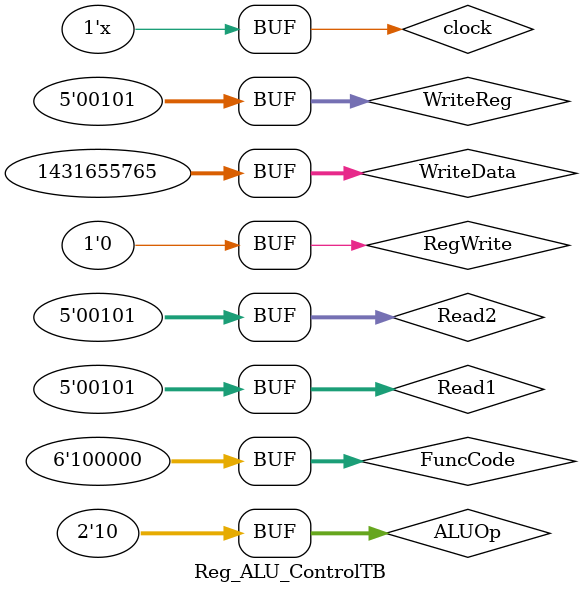
<source format=v>
`timescale 1ns / 1ps


module Reg_ALU_ControlTB;

	// Inputs
	reg [1:0] ALUOp;
	reg [5:0] FuncCode;
	//reg A;
	//reg B;
	reg [4:0] Read1;
	reg [4:0] Read2; 
	reg [4:0] WriteReg;
	reg [31:0] WriteData;
	reg RegWrite;
	reg clock;

	// Outputs
	wire [31:0] ALUOut;
	wire Zero;

	// Instantiate the Unit Under Test (UUT)
	Reg_ALU_Control uut (
		.ALUOp(ALUOp), 
		.FuncCode(FuncCode), 
		.ALUOut(ALUOut), 
		.Zero(Zero), 
		.Read1(Read1), 
		.Read2(Read2), 
		.WriteReg(WriteReg), 
		.WriteData(WriteData), 
		.RegWrite(RegWrite), 
		.clock(clock)
	);
	
	always begin
	#50 clock = ~clock;
	end

	initial begin
		// Initialize Inputs
		ALUOp = 0;
		FuncCode = 0;
		Read1 = 0;
		Read2 = 0;
		WriteReg = 0; 
		WriteData = 0;
		RegWrite = 0;
		clock = 1;



		// Wait 100 ns for global reset to finish
		#100;
        
		// Add stimulus here
		RegWrite = 1;
		WriteReg = 5;
		WriteData = 32'h55555555;
		#50
		Read1 = 5; 
		Read2 = 5;
		#50
		ALUOp = 4'b0010;
		FuncCode = 6'b100000;
		RegWrite = 0;



	end
endmodule


</source>
